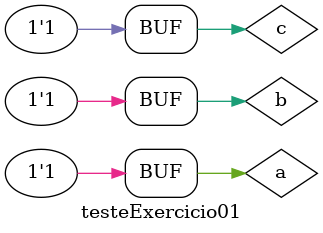
<source format=v>
module Exercicio01(s, a, b, c);
	output s;
	input a, b, c;
	assign s = ~ (a & b & c);
endmodule

module testeExercicio01;
	reg a, b, c;
	wire r, s, t, w;
                                        // TENTE USAR DEFINICOES DE MODULOS
	Exercicio01 NAND1 (r, a, a, a);
	Exercicio01 NAND2 (s, b, b, b);
	Exercicio01 NAND3 (t, c, c, c);
	Exercicio01 NAND4 (w, r, s, t);

	initial begin
		a = 0;
		b = 0;
		c = 0;
	end

	initial begin

		$display("Exercicio 01 - Douglas Borges - 417889");
		$display("Tabela verdade da porta OR com 3 entradas utilizando portas NAND\n");

		#1 $display(" a | b | c  =  s  =>  ~( ~(a&a&a) & ~(b&b&b) & ~(c&c&c) ) = s");
		#1 $monitor(" %b   %b   %b     %b             %b          %b          %b        %b", a, b, c, w, r, s, t, w);
		#1 a = 0; b = 0; c = 1;
		#1 a = 0; b = 1; c = 0;
		#1 a = 0; b = 1; c = 1;
		#1 a = 1; b = 0; c = 0;
		#1 a = 1; b = 0; c = 1;
		#1 a = 1; b = 1; c = 0;
		#1 a = 1; b = 1; c = 1;

	end

/*
Exercicio 01 - Douglas Borges - 417889
Tabela verdade da porta OR com 3 entradas utilizando portas NAND

 a | b | c  =  s  =>  ~( ~(a&a&a) & ~(b&b&b) & ~(c&c&c) ) = s
 0   0   0     0             1          1          1        0
 0   0   1     1             1          1          0        1
 0   1   0     1             1          0          1        1
 0   1   1     1             1          0          0        1
 1   0   0     1             0          1          1        1
 1   0   1     1             0          1          0        1
 1   1   0     1             0          0          1        1
 1   1   1     1             0          0          0        1
*/

endmodule
</source>
